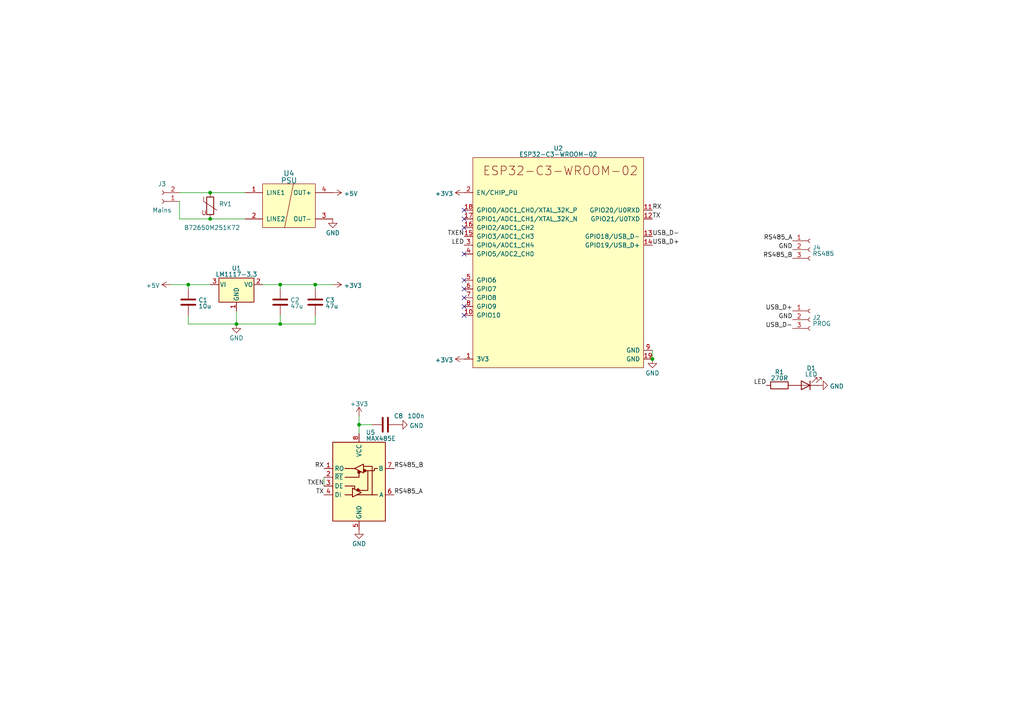
<source format=kicad_sch>
(kicad_sch (version 20221004) (generator eeschema)
  (paper "A4")
  (lib_symbols
    (symbol "Connector:Conn_01x02_Female" (pin_names (offset 1.016) hide)
      (property "Reference" "J" (at 0 2.54 0))
      (property "Value" "Conn_01x02_Female" (at 0 -5.08 0))
      (symbol "Conn_01x02_Female_1_1"
        (arc (start 0 -2.032) (mid -0.5058 -2.54) (end 0 -3.048) (stroke (width 0.1524)))
        (polyline (pts (xy -1.27 -2.54) (xy -0.508 -2.54)) (stroke (width 0.1524)))
        (polyline (pts (xy -1.27 0) (xy -0.508 0)) (stroke (width 0.1524)))
        (arc (start 0 0.508) (mid -0.5058 0) (end 0 -0.508) (stroke (width 0.1524)))
        (pin passive line (at -5.08 0 0) (length 3.81) (name "Pin_1") (number "1"))
        (pin passive line (at -5.08 -2.54 0) (length 3.81) (name "Pin_2") (number "2"))
      )
    )
    (symbol "Connector:Conn_01x03_Female" (pin_names (offset 1.016) hide)
      (property "Reference" "J" (at 0 5.08 0))
      (property "Value" "Conn_01x03_Female" (at 0 -5.08 0))
      (symbol "Conn_01x03_Female_1_1"
        (arc (start 0 -2.032) (mid -0.5058 -2.54) (end 0 -3.048) (stroke (width 0.1524)))
        (polyline (pts (xy -1.27 -2.54) (xy -0.508 -2.54)) (stroke (width 0.1524)))
        (polyline (pts (xy -1.27 0) (xy -0.508 0)) (stroke (width 0.1524)))
        (polyline (pts (xy -1.27 2.54) (xy -0.508 2.54)) (stroke (width 0.1524)))
        (arc (start 0 0.508) (mid -0.5058 0) (end 0 -0.508) (stroke (width 0.1524)))
        (arc (start 0 3.048) (mid -0.5058 2.54) (end 0 2.032) (stroke (width 0.1524)))
        (pin passive line (at -5.08 2.54 0) (length 3.81) (name "Pin_1") (number "1"))
        (pin passive line (at -5.08 0 0) (length 3.81) (name "Pin_2") (number "2"))
        (pin passive line (at -5.08 -2.54 0) (length 3.81) (name "Pin_3") (number "3"))
      )
    )
    (symbol "Device:C" (pin_numbers hide) (pin_names (offset 0.254))
      (property "Reference" "C" (at 0.635 2.54 0))
      (property "Value" "C" (at 0.635 -2.54 0))
      (symbol "C_0_1"
        (polyline (pts (xy -2.032 -0.762) (xy 2.032 -0.762)) (stroke (width 0.508)))
        (polyline (pts (xy -2.032 0.762) (xy 2.032 0.762)) (stroke (width 0.508)))
      )
      (symbol "C_1_1"
        (pin passive line (at 0 3.81 270) (length 2.794) (name "~") (number "1"))
        (pin passive line (at 0 -3.81 90) (length 2.794) (name "~") (number "2"))
      )
    )
    (symbol "Device:LED" (pin_numbers hide) (pin_names (offset 1.016) hide)
      (property "Reference" "D" (at 0 2.54 0))
      (property "Value" "LED" (at 0 -2.54 0))
      (symbol "LED_0_1"
        (polyline (pts (xy -1.27 -1.27) (xy -1.27 1.27)) (stroke (width 0.254)))
        (polyline (pts (xy -1.27 0) (xy 1.27 0)))
        (polyline (pts (xy 1.27 -1.27) (xy 1.27 1.27) (xy -1.27 0) (xy 1.27 -1.27)) (stroke (width 0.254)))
        (polyline (pts (xy -3.048 -0.762) (xy -4.572 -2.286) (xy -3.81 -2.286) (xy -4.572 -2.286) (xy -4.572 -1.524)))
        (polyline (pts (xy -1.778 -0.762) (xy -3.302 -2.286) (xy -2.54 -2.286) (xy -3.302 -2.286) (xy -3.302 -1.524)))
      )
      (symbol "LED_1_1"
        (pin passive line (at -3.81 0 0) (length 2.54) (name "K") (number "1"))
        (pin passive line (at 3.81 0 180) (length 2.54) (name "A") (number "2"))
      )
    )
    (symbol "Device:R" (pin_numbers hide) (pin_names (offset 0))
      (property "Reference" "R" (at 2.032 0 90))
      (property "Value" "R" (at 0 0 90))
      (symbol "R_0_1"
        (rectangle (start -1.016 -2.54) (end 1.016 2.54) (stroke (width 0.254)))
      )
      (symbol "R_1_1"
        (pin passive line (at 0 3.81 270) (length 1.27) (name "~") (number "1"))
        (pin passive line (at 0 -3.81 90) (length 1.27) (name "~") (number "2"))
      )
    )
    (symbol "Device:Varistor" (pin_numbers hide) (pin_names (offset 0))
      (property "Reference" "RV" (at 3.175 0 90))
      (property "Value" "Varistor" (at -3.175 0 90))
      (symbol "Varistor_0_0"
        (text "U" (at -1.778 -2.032 0) (effects (font (size 1.27 1.27))))
      )
      (symbol "Varistor_0_1"
        (rectangle (start -1.016 -2.54) (end 1.016 2.54) (stroke (width 0.254)))
        (polyline (pts (xy -1.905 2.54) (xy -1.905 1.27) (xy 1.905 -1.27)))
      )
      (symbol "Varistor_1_1"
        (pin passive line (at 0 3.81 270) (length 1.27) (name "~") (number "1"))
        (pin passive line (at 0 -3.81 90) (length 1.27) (name "~") (number "2"))
      )
    )
    (symbol "Drake:PSU" (pin_names (offset 1.016))
      (property "Reference" "U" (at 0 8.89 0))
      (property "Value" "PSU" (at 0 -8.89 0))
      (symbol "PSU_0_1"
        (rectangle (start -7.62 6.35) (end 7.62 -6.35) (fill (type background)))
        (polyline (pts (xy -1.27 -6.35) (xy 1.27 6.35)))
      )
      (symbol "PSU_1_1"
        (pin input line (at -12.7 3.81 0) (length 5.08) (name "LINE1") (number "1"))
        (pin input line (at -12.7 -3.81 0) (length 5.08) (name "LINE2") (number "2"))
        (pin input line (at 12.7 -3.81 180) (length 5.08) (name "OUT-") (number "3"))
        (pin input line (at 12.7 3.81 180) (length 5.08) (name "OUT+") (number "4"))
      )
    )
    (symbol "Espressif:ESP32-C3-WROOM-02" (pin_names (offset 1.016))
      (property "Reference" "U" (at 0 33.02 0))
      (property "Value" "ESP32-C3-WROOM-02" (at 0 -30.48 0))
      (symbol "ESP32-C3-WROOM-02_0_0"
        (text "ESP32-C3-WROOM-02" (at 1.27 27.94 0) (effects (font (size 2.54 2.54))))
      )
      (symbol "ESP32-C3-WROOM-02_0_1"
        (rectangle (start -24.13 31.75) (end 25.4 -29.21) (fill (type background)))
      )
      (symbol "ESP32-C3-WROOM-02_1_1"
        (pin power_in line (at -26.67 -26.67 0) (length 2.54) (name "3V3") (number "1"))
        (pin bidirectional line (at -26.67 -13.97 0) (length 2.54) (name "GPIO10") (number "10"))
        (pin bidirectional line (at 27.94 16.51 180) (length 2.54) (name "GPIO20/U0RXD") (number "11"))
        (pin bidirectional line (at 27.94 13.97 180) (length 2.54) (name "GPIO21/U0TXD") (number "12"))
        (pin bidirectional line (at 27.94 8.89 180) (length 2.54) (name "GPIO18/USB_D-") (number "13"))
        (pin bidirectional line (at 27.94 6.35 180) (length 2.54) (name "GPIO19/USB_D+") (number "14"))
        (pin bidirectional line (at -26.67 8.89 0) (length 2.54) (name "GPIO3/ADC1_CH3") (number "15"))
        (pin bidirectional line (at -26.67 11.43 0) (length 2.54) (name "GPIO2/ADC1_CH2") (number "16"))
        (pin bidirectional line (at -26.67 13.97 0) (length 2.54) (name "GPIO1/ADC1_CH1/XTAL_32K_N") (number "17"))
        (pin bidirectional line (at -26.67 16.51 0) (length 2.54) (name "GPIO0/ADC1_CH0/XTAL_32K_P") (number "18"))
        (pin power_in line (at 27.94 -26.67 180) (length 2.54) (name "GND") (number "19"))
        (pin input line (at -26.67 21.59 0) (length 2.54) (name "EN/CHIP_PU") (number "2"))
        (pin bidirectional line (at -26.67 6.35 0) (length 2.54) (name "GPIO4/ADC1_CH4") (number "3"))
        (pin bidirectional line (at -26.67 3.81 0) (length 2.54) (name "GPIO5/ADC2_CH0") (number "4"))
        (pin bidirectional line (at -26.67 -3.81 0) (length 2.54) (name "GPIO6") (number "5"))
        (pin bidirectional line (at -26.67 -6.35 0) (length 2.54) (name "GPIO7") (number "6"))
        (pin bidirectional line (at -26.67 -8.89 0) (length 2.54) (name "GPIO8") (number "7"))
        (pin bidirectional line (at -26.67 -11.43 0) (length 2.54) (name "GPIO9") (number "8"))
        (pin power_in line (at 27.94 -24.13 180) (length 2.54) (name "GND") (number "9"))
      )
    )
    (symbol "Interface_UART:MAX485E"
      (property "Reference" "U" (at -6.096 11.43 0))
      (property "Value" "MAX485E" (at 0.762 11.43 0))
      (symbol "MAX485E_0_1"
        (rectangle (start -7.62 10.16) (end 7.62 -12.7) (stroke (width 0.254)) (fill (type background)))
        (circle (center -0.3048 -3.683) (radius 0.3556) (stroke (width 0.254)) (fill (type outline)))
        (circle (center -0.0254 1.4986) (radius 0.3556) (stroke (width 0.254)) (fill (type outline)))
        (polyline (pts (xy -4.064 -5.08) (xy -1.905 -5.08)) (stroke (width 0.254)))
        (polyline (pts (xy -4.064 2.54) (xy -1.27 2.54)) (stroke (width 0.254)))
        (polyline (pts (xy -1.27 -3.2004) (xy -1.27 -3.4544)) (stroke (width 0.254)))
        (polyline (pts (xy -0.635 -5.08) (xy 5.334 -5.08)) (stroke (width 0.254)))
        (polyline (pts (xy -4.064 -2.54) (xy -1.27 -2.54) (xy -1.27 -3.175)) (stroke (width 0.254)))
        (polyline (pts (xy 0 1.27) (xy 0 0) (xy -4.064 0)) (stroke (width 0.254)))
        (polyline (pts (xy 1.27 3.175) (xy 3.81 3.175) (xy 3.81 -5.08)) (stroke (width 0.254)))
        (polyline (pts (xy 2.54 1.905) (xy 2.54 -3.81) (xy 0 -3.81)) (stroke (width 0.254)))
        (polyline (pts (xy -1.905 -3.175) (xy -1.905 -5.715) (xy 0.635 -4.445) (xy -1.905 -3.175)) (stroke (width 0.254)))
        (polyline (pts (xy -1.27 2.54) (xy 1.27 3.81) (xy 1.27 1.27) (xy -1.27 2.54)) (stroke (width 0.254)))
        (polyline (pts (xy 1.905 1.905) (xy 4.445 1.905) (xy 4.445 2.54) (xy 5.334 2.54)) (stroke (width 0.254)))
        (rectangle (start 1.27 3.175) (end 1.27 3.175))
        (circle (center 1.651 1.905) (radius 0.3556) (stroke (width 0.254)) (fill (type outline)))
      )
      (symbol "MAX485E_1_1"
        (pin output line (at -10.16 2.54 0) (length 2.54) (name "RO") (number "1"))
        (pin input line (at -10.16 0 0) (length 2.54) (name "~{RE}") (number "2"))
        (pin input line (at -10.16 -2.54 0) (length 2.54) (name "DE") (number "3"))
        (pin input line (at -10.16 -5.08 0) (length 2.54) (name "DI") (number "4"))
        (pin power_in line (at 0 -15.24 90) (length 2.54) (name "GND") (number "5"))
        (pin bidirectional line (at 10.16 -5.08 180) (length 2.54) (name "A") (number "6"))
        (pin bidirectional line (at 10.16 2.54 180) (length 2.54) (name "B") (number "7"))
        (pin power_in line (at 0 12.7 270) (length 2.54) (name "VCC") (number "8"))
      )
    )
    (symbol "Regulator_Linear:LM1117-3.3" (pin_names (offset 0.254))
      (property "Reference" "U" (at -3.81 3.175 0))
      (property "Value" "LM1117-3.3" (at 0 3.175 0))
      (symbol "LM1117-3.3_0_1"
        (rectangle (start -5.08 -5.08) (end 5.08 1.905) (stroke (width 0.254)) (fill (type background)))
      )
      (symbol "LM1117-3.3_1_1"
        (pin power_in line (at 0 -7.62 90) (length 2.54) (name "GND") (number "1"))
        (pin power_out line (at 7.62 0 180) (length 2.54) (name "VO") (number "2"))
        (pin power_in line (at -7.62 0 0) (length 2.54) (name "VI") (number "3"))
      )
    )
    (symbol "power:+3V3" (power) (pin_names (offset 0))
      (property "Value" "+3V3" (at 0 3.556 0))
      (symbol "+3V3_0_1"
        (polyline (pts (xy -0.762 1.27) (xy 0 2.54)))
        (polyline (pts (xy 0 0) (xy 0 2.54)))
        (polyline (pts (xy 0 2.54) (xy 0.762 1.27)))
      )
      (symbol "+3V3_1_1"
        (pin power_in line (at 0 0 90) (length 0) hide (name "+3V3") (number "1"))
      )
    )
    (symbol "power:+5V" (power) (pin_names (offset 0))
      (property "Value" "+5V" (at 0 3.556 0))
      (symbol "+5V_0_1"
        (polyline (pts (xy -0.762 1.27) (xy 0 2.54)))
        (polyline (pts (xy 0 0) (xy 0 2.54)))
        (polyline (pts (xy 0 2.54) (xy 0.762 1.27)))
      )
      (symbol "+5V_1_1"
        (pin power_in line (at 0 0 90) (length 0) hide (name "+5V") (number "1"))
      )
    )
    (symbol "power:GND" (power) (pin_names (offset 0))
      (property "Value" "GND" (at 0 -3.81 0))
      (symbol "GND_0_1"
        (polyline (pts (xy 0 0) (xy 0 -1.27) (xy 1.27 -1.27) (xy 0 -2.54) (xy -1.27 -1.27) (xy 0 -1.27)))
      )
      (symbol "GND_1_1"
        (pin power_in line (at 0 0 270) (length 0) hide (name "GND") (number "1"))
      )
    )
  )
  (junction (at 60.96 55.88))
  (junction (at 60.96 63.5))
  (junction (at 81.28 82.55))
  (junction (at 54.61 82.55))
  (junction (at 81.28 93.98))
  (junction (at 189.23 104.14))
  (junction (at 68.58 93.98))
  (junction (at 91.44 82.55))
  (junction (at 104.14 123.19))
  (no_connect (at 134.62 66.04))
  (no_connect (at 134.62 63.5))
  (no_connect (at 134.62 86.36))
  (no_connect (at 134.62 91.44))
  (no_connect (at 134.62 60.96))
  (no_connect (at 134.62 88.9))
  (no_connect (at 134.62 81.28))
  (no_connect (at 134.62 73.66))
  (no_connect (at 134.62 83.82))
  (wire (pts (xy 104.14 120.65) (xy 104.14 123.19)))
  (wire (pts (xy 81.28 93.98) (xy 91.44 93.98)))
  (wire (pts (xy 54.61 91.44) (xy 54.61 93.98)))
  (wire (pts (xy 76.2 82.55) (xy 81.28 82.55)))
  (wire (pts (xy 81.28 91.44) (xy 81.28 93.98)))
  (wire (pts (xy 54.61 82.55) (xy 60.96 82.55)))
  (wire (pts (xy 91.44 91.44) (xy 91.44 93.98)))
  (wire (pts (xy 52.07 63.5) (xy 60.96 63.5)))
  (wire (pts (xy 91.44 82.55) (xy 91.44 83.82)))
  (wire (pts (xy 60.96 63.5) (xy 71.12 63.5)))
  (wire (pts (xy 60.96 55.88) (xy 71.12 55.88)))
  (wire (pts (xy 104.14 123.19) (xy 107.95 123.19)))
  (wire (pts (xy 81.28 93.98) (xy 68.58 93.98)))
  (wire (pts (xy 189.23 101.6) (xy 189.23 104.14)))
  (wire (pts (xy 54.61 93.98) (xy 68.58 93.98)))
  (wire (pts (xy 81.28 82.55) (xy 81.28 83.82)))
  (wire (pts (xy 93.98 138.43) (xy 93.98 140.97)))
  (wire (pts (xy 81.28 82.55) (xy 91.44 82.55)))
  (wire (pts (xy 104.14 123.19) (xy 104.14 125.73)))
  (wire (pts (xy 52.07 55.88) (xy 60.96 55.88)))
  (wire (pts (xy 49.53 82.55) (xy 54.61 82.55)))
  (wire (pts (xy 91.44 82.55) (xy 96.52 82.55)))
  (wire (pts (xy 52.07 58.42) (xy 52.07 63.5)))
  (wire (pts (xy 68.58 90.17) (xy 68.58 93.98)))
  (wire (pts (xy 54.61 82.55) (xy 54.61 83.82)))
  (label "USB_D-" (at 189.23 68.58 0))
  (label "RS485_B" (at 114.3 135.89 0))
  (label "RX" (at 93.98 135.89 180))
  (label "USB_D+" (at 189.23 71.12 0))
  (label "RS485_B" (at 229.87 74.93 180))
  (label "USB_D-" (at 229.87 95.25 180))
  (label "LED" (at 222.25 111.76 180))
  (label "LED" (at 134.62 71.12 180))
  (label "TXEN" (at 93.98 140.97 180))
  (label "GND" (at 229.87 72.39 180))
  (label "TX" (at 189.23 63.5 0))
  (label "USB_D+" (at 229.87 90.17 180))
  (label "TXEN" (at 134.62 68.58 180))
  (label "RX" (at 189.23 60.96 0))
  (label "RS485_A" (at 229.87 69.85 180))
  (label "TX" (at 93.98 143.51 180))
  (label "GND" (at 229.87 92.71 180))
  (label "RS485_A" (at 114.3 143.51 0))
  (symbol (lib_id "Device:C") (at 81.28 87.63 0) (unit 1)
    (property "Reference" "C2" (at 84.201 87.0355 0) (effects (justify left)))
    (property "Value" "47u" (at 84.201 88.7977 0) (effects (justify left)))
    (property "Footprint" "Capacitor_SMD:C_0805_2012Metric_Pad1.18x1.45mm_HandSolder" (effects hide))
  )
  (symbol (lib_id "Device:C") (at 54.61 87.63 0) (unit 1)
    (property "Reference" "C1" (at 57.531 87.0355 0) (effects (justify left)))
    (property "Value" "10u" (at 57.531 88.7977 0) (effects (justify left)))
    (property "Footprint" "Capacitor_SMD:C_0805_2012Metric_Pad1.18x1.45mm_HandSolder" (effects hide))
  )
  (symbol (lib_id "Device:C") (at 91.44 87.63 0) (unit 1)
    (property "Reference" "C3" (at 94.361 87.0355 0) (effects (justify left)))
    (property "Value" "47u" (at 94.361 88.7977 0) (effects (justify left)))
    (property "Footprint" "Capacitor_SMD:C_0805_2012Metric_Pad1.18x1.45mm_HandSolder" (effects hide))
  )
  (symbol (lib_id "Drake:PSU") (at 83.82 59.69 0) (unit 1)
    (property "Reference" "U4" (at 83.82 50.2971 0) (effects (font (size 1.524 1.524))))
    (property "Value" "PSU" (at 83.82 52.3609 0) (effects (font (size 1.524 1.524))))
    (property "Footprint" "Drake:RQG 5V-0.6A-horizontal sunk" (effects hide))
  )
  (symbol (lib_id "power:+3V3") (at 134.62 55.88 90) (unit 1)
    (property "Reference" "#PWR01" (effects hide))
    (property "Value" "+3V3" (at 131.445 56.1666 90) (effects (justify left)))
  )
  (symbol (lib_id "Device:LED") (at 233.68 111.76 180) (unit 1)
    (property "Reference" "D1" (at 235.2675 106.7689 0))
    (property "Value" "LED" (at 235.2675 108.5311 0))
    (property "Footprint" "Connector_PinHeader_2.54mm:PinHeader_1x02_P2.54mm_Vertical" (effects hide))
  )
  (symbol (lib_id "power:+3V3") (at 104.14 120.65 0) (unit 1)
    (property "Reference" "#PWR0101" (effects hide))
    (property "Value" "+3V3" (at 104.14 117.1671 0))
  )
  (symbol (lib_id "Interface_UART:MAX485E") (at 104.14 138.43 0) (unit 1)
    (property "Reference" "U5" (at 106.0959 125.4379 0) (effects (justify left)))
    (property "Value" "MAX485E" (at 106.0959 127.2001 0) (effects (justify left)))
    (property "Footprint" "Package_SO:SO-8_3.9x4.9mm_P1.27mm" (effects hide))
    (property "Datasheet" "https://datasheets.maximintegrated.com/en/ds/MAX1487E-MAX491E.pdf" (effects hide))
  )
  (symbol (lib_id "power:GND") (at 104.14 153.67 0) (unit 1)
    (property "Reference" "#PWR05" (effects hide))
    (property "Value" "GND" (at 104.14 157.7261 0))
  )
  (symbol (lib_id "Regulator_Linear:LM1117-3.3") (at 68.58 82.55 0) (unit 1)
    (property "Reference" "U1" (at 68.58 77.8129 0))
    (property "Value" "LM1117-3.3" (at 68.58 79.5751 0))
    (property "Footprint" "Package_TO_SOT_SMD:SOT-223-3_TabPin2" (effects hide))
    (property "Datasheet" "http://www.ti.com/lit/ds/symlink/lm1117.pdf" (effects hide))
  )
  (symbol (lib_id "Device:R") (at 226.06 111.76 90) (unit 1)
    (property "Reference" "R1" (at 226.06 107.9119 90))
    (property "Value" "270R" (at 226.06 109.6741 90))
    (property "Footprint" "Resistor_SMD:R_0805_2012Metric_Pad1.20x1.40mm_HandSolder" (effects hide))
  )
  (symbol (lib_id "Connector:Conn_01x03_Female") (at 234.95 92.71 0) (unit 1)
    (property "Reference" "J2" (at 235.6612 92.1155 0) (effects (justify left)))
    (property "Value" "PROG" (at 235.6612 93.8777 0) (effects (justify left)))
    (property "Footprint" "Connector_PinHeader_2.54mm:PinHeader_1x03_P2.54mm_Vertical" (effects hide))
  )
  (symbol (lib_id "Espressif:ESP32-C3-WROOM-02") (at 161.29 77.47 0) (unit 1)
    (property "Reference" "U2" (at 161.925 43.0149 0))
    (property "Value" "ESP32-C3-WROOM-02" (at 161.925 44.7771 0))
    (property "Footprint" "Espressif:ESP32-C3-WROOM-02" (effects hide))
    (property "Datasheet" "https://www.espressif.com/sites/default/files/documentation/esp32-c3-wroom-02_datasheet_en.pdf" (effects hide))
  )
  (symbol (lib_id "power:+3V3") (at 134.62 104.14 90) (unit 1)
    (property "Reference" "#PWR04" (effects hide))
    (property "Value" "+3V3" (at 131.445 104.4266 90) (effects (justify left)))
  )
  (symbol (lib_id "power:GND") (at 68.58 93.98 0) (unit 1)
    (property "Reference" "#PWR0107" (effects hide))
    (property "Value" "GND" (at 68.58 98.0361 0))
  )
  (symbol (lib_id "power:GND") (at 96.52 63.5 0) (unit 1)
    (property "Reference" "#PWR03" (effects hide))
    (property "Value" "GND" (at 96.52 67.5561 0))
  )
  (symbol (lib_id "Connector:Conn_01x03_Female") (at 234.95 72.39 0) (unit 1)
    (property "Reference" "J4" (at 235.6612 71.7955 0) (effects (justify left)))
    (property "Value" "RS485" (at 235.6612 73.5577 0) (effects (justify left)))
    (property "Footprint" "Drake:DG235-3.81-03P" (effects hide))
  )
  (symbol (lib_id "power:GND") (at 237.49 111.76 90) (unit 1)
    (property "Reference" "#PWR0105" (effects hide))
    (property "Value" "GND" (at 240.665 112.0466 90) (effects (justify right)))
  )
  (symbol (lib_id "power:+5V") (at 96.52 55.88 270) (unit 1)
    (property "Reference" "#PWR0106" (effects hide))
    (property "Value" "+5V" (at 99.695 56.1666 90) (effects (justify left)))
  )
  (symbol (lib_id "Device:C") (at 111.76 123.19 90) (unit 1)
    (property "Reference" "C8" (at 115.57 120.65 90))
    (property "Value" "100n" (at 120.65 120.65 90))
    (property "Footprint" "Capacitor_SMD:C_0805_2012Metric_Pad1.18x1.45mm_HandSolder" (effects hide))
  )
  (symbol (lib_id "power:GND") (at 189.23 104.14 0) (unit 1)
    (property "Reference" "#PWR0104" (effects hide))
    (property "Value" "GND" (at 189.23 108.1961 0))
  )
  (symbol (lib_id "power:+3V3") (at 96.52 82.55 270) (unit 1)
    (property "Reference" "#PWR02" (effects hide))
    (property "Value" "+3V3" (at 99.695 82.8366 90) (effects (justify left)))
  )
  (symbol (lib_id "power:+5V") (at 49.53 82.55 90) (unit 1)
    (property "Reference" "#PWR0102" (effects hide))
    (property "Value" "+5V" (at 46.3551 82.8366 90) (effects (justify left)))
  )
  (symbol (lib_id "power:GND") (at 115.57 123.19 90) (unit 1)
    (property "Reference" "#PWR0103" (effects hide))
    (property "Value" "GND" (at 118.745 123.4766 90) (effects (justify right)))
  )
  (symbol (lib_id "Connector:Conn_01x02_Female") (at 46.99 58.42 180) (unit 1)
    (property "Reference" "J3" (at 46.99 53.34 0))
    (property "Value" "Mains" (at 46.99 60.96 0))
    (property "Footprint" "Drake:DG235-3.81-02P" (effects hide))
  )
  (symbol (lib_id "Device:Varistor") (at 60.96 59.69 0) (unit 1)
    (property "Reference" "RV1" (at 63.4999 59.155 0) (effects (justify left)))
    (property "Value" "B72650M251K72" (at 53.34 66.04 0) (effects (justify left)))
    (property "Footprint" "Resistor_SMD:R_1210_3225Metric_Pad1.30x2.65mm_HandSolder" (effects hide))
  )
)
</source>
